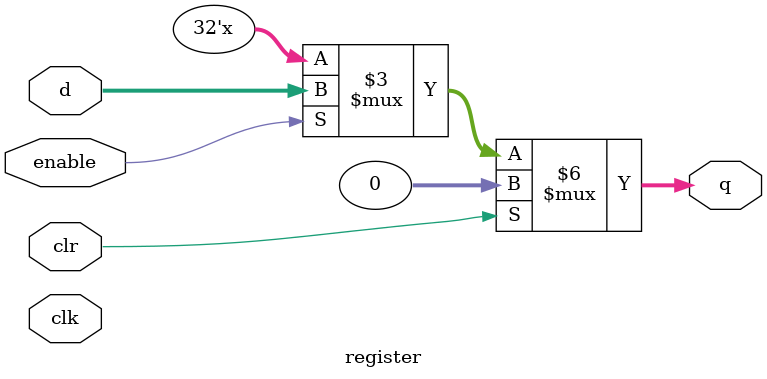
<source format=v>
module register #(parameter qInit = 0)(input clr, clk, enable, input[31:0] d, output reg [31:0] q);
	initial 
		q<= qInit;
	 
	always @(*) begin
		if(clr)
			q <= 32'h00000000;
		else if(enable)
			q <= d;
	end

endmodule

</source>
